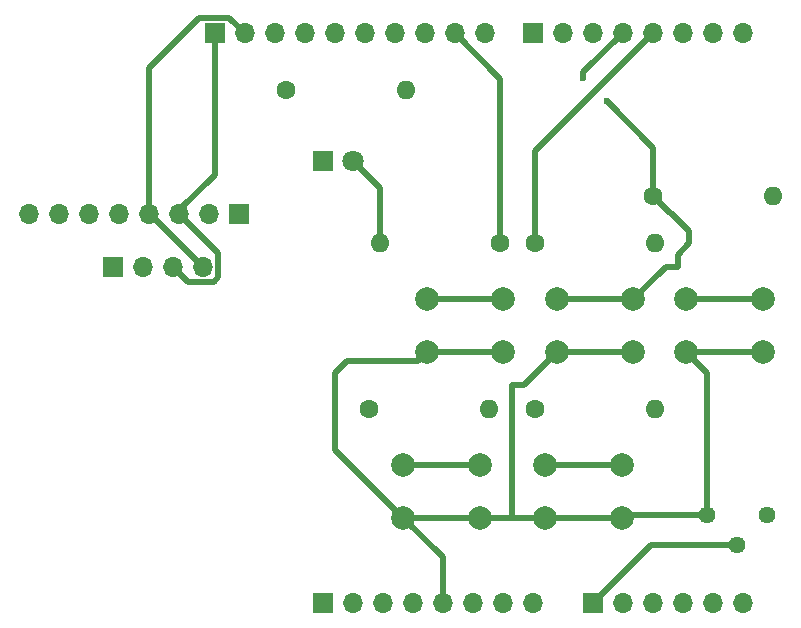
<source format=gbr>
%TF.GenerationSoftware,KiCad,Pcbnew,8.0.8*%
%TF.CreationDate,2025-01-31T10:38:04-07:00*%
%TF.ProjectId,BoardMicro,426f6172-644d-4696-9372-6f2e6b696361,rev?*%
%TF.SameCoordinates,Original*%
%TF.FileFunction,Copper,L1,Top*%
%TF.FilePolarity,Positive*%
%FSLAX46Y46*%
G04 Gerber Fmt 4.6, Leading zero omitted, Abs format (unit mm)*
G04 Created by KiCad (PCBNEW 8.0.8) date 2025-01-31 10:38:04*
%MOMM*%
%LPD*%
G01*
G04 APERTURE LIST*
%TA.AperFunction,ComponentPad*%
%ADD10R,1.700000X1.700000*%
%TD*%
%TA.AperFunction,ComponentPad*%
%ADD11O,1.700000X1.700000*%
%TD*%
%TA.AperFunction,ComponentPad*%
%ADD12C,1.600000*%
%TD*%
%TA.AperFunction,ComponentPad*%
%ADD13O,1.600000X1.600000*%
%TD*%
%TA.AperFunction,ComponentPad*%
%ADD14C,2.000000*%
%TD*%
%TA.AperFunction,ComponentPad*%
%ADD15C,1.440000*%
%TD*%
%TA.AperFunction,ComponentPad*%
%ADD16R,1.800000X1.800000*%
%TD*%
%TA.AperFunction,ComponentPad*%
%ADD17C,1.800000*%
%TD*%
%TA.AperFunction,ViaPad*%
%ADD18C,0.600000*%
%TD*%
%TA.AperFunction,Conductor*%
%ADD19C,0.508000*%
%TD*%
G04 APERTURE END LIST*
D10*
%TO.P,J1,1,Pin_1*%
%TO.N,unconnected-(J1-Pin_1-Pad1)*%
X127940000Y-97460000D03*
D11*
%TO.P,J1,2,Pin_2*%
%TO.N,/IOREF*%
X130480000Y-97460000D03*
%TO.P,J1,3,Pin_3*%
%TO.N,/~{RESET}*%
X133020000Y-97460000D03*
%TO.P,J1,4,Pin_4*%
%TO.N,+3V3*%
X135560000Y-97460000D03*
%TO.P,J1,5,Pin_5*%
%TO.N,+5V*%
X138100000Y-97460000D03*
%TO.P,J1,6,Pin_6*%
%TO.N,GND*%
X140640000Y-97460000D03*
%TO.P,J1,7,Pin_7*%
X143180000Y-97460000D03*
%TO.P,J1,8,Pin_8*%
%TO.N,VCC*%
X145720000Y-97460000D03*
%TD*%
D10*
%TO.P,J3,1,Pin_1*%
%TO.N,/temp_sensor*%
X150800000Y-97460000D03*
D11*
%TO.P,J3,2,Pin_2*%
%TO.N,/A1*%
X153340000Y-97460000D03*
%TO.P,J3,3,Pin_3*%
%TO.N,/A2*%
X155880000Y-97460000D03*
%TO.P,J3,4,Pin_4*%
%TO.N,/A3*%
X158420000Y-97460000D03*
%TO.P,J3,5,Pin_5*%
%TO.N,/SDA{slash}A4*%
X160960000Y-97460000D03*
%TO.P,J3,6,Pin_6*%
%TO.N,/SCL{slash}A5*%
X163500000Y-97460000D03*
%TD*%
D10*
%TO.P,J2,1,Pin_1*%
%TO.N,/I2C_SCL*%
X118796000Y-49200000D03*
D11*
%TO.P,J2,2,Pin_2*%
%TO.N,/I2C_SDA*%
X121336000Y-49200000D03*
%TO.P,J2,3,Pin_3*%
%TO.N,/AREF*%
X123876000Y-49200000D03*
%TO.P,J2,4,Pin_4*%
%TO.N,GND*%
X126416000Y-49200000D03*
%TO.P,J2,5,Pin_5*%
%TO.N,/13*%
X128956000Y-49200000D03*
%TO.P,J2,6,Pin_6*%
%TO.N,/12*%
X131496000Y-49200000D03*
%TO.P,J2,7,Pin_7*%
%TO.N,/\u002A11*%
X134036000Y-49200000D03*
%TO.P,J2,8,Pin_8*%
%TO.N,/\u002A10*%
X136576000Y-49200000D03*
%TO.P,J2,9,Pin_9*%
%TO.N,/led_light*%
X139116000Y-49200000D03*
%TO.P,J2,10,Pin_10*%
%TO.N,/temp_digital*%
X141656000Y-49200000D03*
%TD*%
D10*
%TO.P,J4,1,Pin_1*%
%TO.N,/7*%
X145720000Y-49200000D03*
D11*
%TO.P,J4,2,Pin_2*%
%TO.N,/button_light*%
X148260000Y-49200000D03*
%TO.P,J4,3,Pin_3*%
%TO.N,/button_cal*%
X150800000Y-49200000D03*
%TO.P,J4,4,Pin_4*%
%TO.N,/button_units*%
X153340000Y-49200000D03*
%TO.P,J4,5,Pin_5*%
%TO.N,/button_lock*%
X155880000Y-49200000D03*
%TO.P,J4,6,Pin_6*%
%TO.N,/button_onoff*%
X158420000Y-49200000D03*
%TO.P,J4,7,Pin_7*%
%TO.N,/TX{slash}1*%
X160960000Y-49200000D03*
%TO.P,J4,8,Pin_8*%
%TO.N,/RX{slash}0*%
X163500000Y-49200000D03*
%TD*%
D12*
%TO.P,R2,1*%
%TO.N,/button_units*%
X155920000Y-63000000D03*
D13*
%TO.P,R2,2*%
%TO.N,GND*%
X166080000Y-63000000D03*
%TD*%
D12*
%TO.P,R1,1*%
%TO.N,/button_onoff*%
X124840000Y-54000000D03*
D13*
%TO.P,R1,2*%
%TO.N,GND*%
X135000000Y-54000000D03*
%TD*%
D10*
%TO.P,J5,1,Pin_1*%
%TO.N,+5V*%
X120875000Y-64500000D03*
D11*
%TO.P,J5,2,Pin_2*%
%TO.N,GND*%
X118335000Y-64500000D03*
%TO.P,J5,3,Pin_3*%
%TO.N,/I2C_SCL*%
X115795000Y-64500000D03*
%TO.P,J5,4,Pin_4*%
%TO.N,/I2C_SDA*%
X113255000Y-64500000D03*
%TO.P,J5,5,Pin_5*%
%TO.N,unconnected-(J5-Pin_5-Pad5)*%
X110715000Y-64500000D03*
%TO.P,J5,6,Pin_6*%
%TO.N,unconnected-(J5-Pin_6-Pad6)*%
X108175000Y-64500000D03*
%TO.P,J5,7,Pin_7*%
%TO.N,unconnected-(J5-Pin_7-Pad7)*%
X105635000Y-64500000D03*
%TO.P,J5,8,Pin_8*%
%TO.N,unconnected-(J5-Pin_8-Pad8)*%
X103095000Y-64500000D03*
%TD*%
D12*
%TO.P,R6,1*%
%TO.N,/led_light*%
X143000000Y-67000000D03*
D13*
%TO.P,R6,2*%
%TO.N,Net-(D1-A)*%
X132840000Y-67000000D03*
%TD*%
D14*
%TO.P,SW5,1,A*%
%TO.N,/button_cal*%
X136750000Y-71750000D03*
X143250000Y-71750000D03*
%TO.P,SW5,2,B*%
%TO.N,+5V*%
X136750000Y-76250000D03*
X143250000Y-76250000D03*
%TD*%
D12*
%TO.P,R5,1*%
%TO.N,/button_cal*%
X145920000Y-81000000D03*
D13*
%TO.P,R5,2*%
%TO.N,GND*%
X156080000Y-81000000D03*
%TD*%
D12*
%TO.P,R4,1*%
%TO.N,/button_light*%
X131840000Y-81000000D03*
D13*
%TO.P,R4,2*%
%TO.N,GND*%
X142000000Y-81000000D03*
%TD*%
D14*
%TO.P,SW2,1,A*%
%TO.N,/button_units*%
X147750000Y-71750000D03*
X154250000Y-71750000D03*
%TO.P,SW2,2,B*%
%TO.N,+5V*%
X147750000Y-76250000D03*
X154250000Y-76250000D03*
%TD*%
D10*
%TO.P,J6,1,Pin_1*%
%TO.N,GND*%
X110200000Y-68975000D03*
D11*
%TO.P,J6,2,Pin_2*%
%TO.N,+5V*%
X112740000Y-68975000D03*
%TO.P,J6,3,Pin_3*%
%TO.N,/I2C_SCL*%
X115280000Y-68975000D03*
%TO.P,J6,4,Pin_4*%
%TO.N,/I2C_SDA*%
X117820000Y-68975000D03*
%TD*%
D15*
%TO.P,RV1,1,1*%
%TO.N,+5V*%
X160460000Y-90015000D03*
%TO.P,RV1,2,2*%
%TO.N,/temp_sensor*%
X163000000Y-92555000D03*
%TO.P,RV1,3,3*%
%TO.N,GND*%
X165540000Y-90015000D03*
%TD*%
D12*
%TO.P,R3,1*%
%TO.N,/button_lock*%
X145920000Y-67000000D03*
D13*
%TO.P,R3,2*%
%TO.N,GND*%
X156080000Y-67000000D03*
%TD*%
D14*
%TO.P,SW3,1,A*%
%TO.N,/button_lock*%
X134750000Y-85750000D03*
X141250000Y-85750000D03*
%TO.P,SW3,2,B*%
%TO.N,+5V*%
X134750000Y-90250000D03*
X141250000Y-90250000D03*
%TD*%
D16*
%TO.P,D1,1,K*%
%TO.N,GND*%
X128000000Y-60000000D03*
D17*
%TO.P,D1,2,A*%
%TO.N,Net-(D1-A)*%
X130540000Y-60000000D03*
%TD*%
D14*
%TO.P,SW1,1,A*%
%TO.N,/button_onoff*%
X158750000Y-71750000D03*
X165250000Y-71750000D03*
%TO.P,SW1,2,B*%
%TO.N,+5V*%
X158750000Y-76250000D03*
X165250000Y-76250000D03*
%TD*%
%TO.P,SW4,1,A*%
%TO.N,/button_light*%
X146750000Y-85750000D03*
X153250000Y-85750000D03*
%TO.P,SW4,2,B*%
%TO.N,+5V*%
X146750000Y-90250000D03*
X153250000Y-90250000D03*
%TD*%
D18*
%TO.N,/button_units*%
X150000000Y-53000000D03*
X152000000Y-55000000D03*
%TD*%
D19*
%TO.N,+5V*%
X160460000Y-90015000D02*
X153485000Y-90015000D01*
X153485000Y-90015000D02*
X153250000Y-90250000D01*
X158750000Y-76250000D02*
X160460000Y-77960000D01*
X160460000Y-77960000D02*
X160460000Y-90015000D01*
X136000000Y-77000000D02*
X130000000Y-77000000D01*
X136750000Y-76250000D02*
X136000000Y-77000000D01*
X130000000Y-77000000D02*
X129000000Y-78000000D01*
X129000000Y-84500000D02*
X134750000Y-90250000D01*
X129000000Y-78000000D02*
X129000000Y-84500000D01*
X146750000Y-90250000D02*
X144000000Y-90250000D01*
X144000000Y-90250000D02*
X141250000Y-90250000D01*
X147750000Y-76250000D02*
X145000000Y-79000000D01*
X145000000Y-79000000D02*
X144000000Y-79000000D01*
X144000000Y-79000000D02*
X144000000Y-90250000D01*
X134750000Y-90250000D02*
X138100000Y-93600000D01*
X138100000Y-93600000D02*
X138100000Y-97460000D01*
X134750000Y-90250000D02*
X141250000Y-90250000D01*
%TO.N,/button_lock*%
X141250000Y-85750000D02*
X134750000Y-85750000D01*
%TO.N,+5V*%
X146750000Y-90250000D02*
X153250000Y-90250000D01*
%TO.N,/button_light*%
X153250000Y-85750000D02*
X146750000Y-85750000D01*
%TO.N,+5V*%
X165250000Y-76250000D02*
X158750000Y-76250000D01*
%TO.N,/button_onoff*%
X165250000Y-71750000D02*
X158750000Y-71750000D01*
%TO.N,+5V*%
X143250000Y-76250000D02*
X136750000Y-76250000D01*
%TO.N,/button_cal*%
X143250000Y-71750000D02*
X136750000Y-71750000D01*
%TO.N,/button_units*%
X154250000Y-71750000D02*
X147750000Y-71750000D01*
%TO.N,+5V*%
X154250000Y-76250000D02*
X147750000Y-76250000D01*
%TO.N,/button_units*%
X158000000Y-68000000D02*
X158000000Y-69000000D01*
X159000000Y-67000000D02*
X158000000Y-68000000D01*
X159000000Y-66000000D02*
X159000000Y-67000000D01*
X155920000Y-63000000D02*
X157334000Y-64414000D01*
X157334000Y-64414000D02*
X157414000Y-64414000D01*
X157414000Y-64414000D02*
X159000000Y-66000000D01*
X158000000Y-69000000D02*
X157000000Y-69000000D01*
X157000000Y-69000000D02*
X154250000Y-71750000D01*
X150000000Y-53000000D02*
X150000000Y-52540000D01*
X150000000Y-52540000D02*
X153340000Y-49200000D01*
X155920000Y-58920000D02*
X152000000Y-55000000D01*
X155920000Y-63000000D02*
X155920000Y-58920000D01*
%TO.N,/button_lock*%
X145920000Y-67000000D02*
X145920000Y-59160000D01*
X145920000Y-59160000D02*
X155880000Y-49200000D01*
%TO.N,/led_light*%
X143000000Y-67000000D02*
X143000000Y-53084000D01*
X143000000Y-53084000D02*
X139116000Y-49200000D01*
%TO.N,Net-(D1-A)*%
X130540000Y-60000000D02*
X132840000Y-62300000D01*
X132840000Y-62300000D02*
X132840000Y-67000000D01*
%TO.N,/I2C_SDA*%
X113255000Y-64500000D02*
X113255000Y-52133000D01*
X113255000Y-52133000D02*
X117492000Y-47896000D01*
X117492000Y-47896000D02*
X120032000Y-47896000D01*
X120032000Y-47896000D02*
X121336000Y-49200000D01*
%TO.N,/I2C_SCL*%
X115795000Y-64500000D02*
X115795000Y-64205000D01*
X115795000Y-64205000D02*
X118796000Y-61204000D01*
X118796000Y-61204000D02*
X118796000Y-49200000D01*
X115280000Y-68975000D02*
X116584000Y-70279000D01*
X116584000Y-70279000D02*
X118721000Y-70279000D01*
X118721000Y-70279000D02*
X119124000Y-69876000D01*
X119124000Y-69876000D02*
X119124000Y-67829000D01*
X119124000Y-67829000D02*
X115795000Y-64500000D01*
%TO.N,/I2C_SDA*%
X117820000Y-68975000D02*
X113345000Y-64500000D01*
X113345000Y-64500000D02*
X113255000Y-64500000D01*
%TO.N,/temp_sensor*%
X163000000Y-92555000D02*
X155705000Y-92555000D01*
X155705000Y-92555000D02*
X150800000Y-97460000D01*
%TD*%
M02*

</source>
